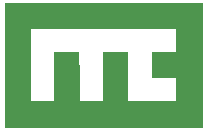
<source format=gbr>
G04 #@! TF.GenerationSoftware,KiCad,Pcbnew,(5.0.2)-1*
G04 #@! TF.CreationDate,2019-01-31T22:52:24+01:00*
G04 #@! TF.ProjectId,v3,76332e6b-6963-4616-945f-706362585858,rev?*
G04 #@! TF.SameCoordinates,Original*
G04 #@! TF.FileFunction,Legend,Bot*
G04 #@! TF.FilePolarity,Positive*
%FSLAX46Y46*%
G04 Gerber Fmt 4.6, Leading zero omitted, Abs format (unit mm)*
G04 Created by KiCad (PCBNEW (5.0.2)-1) date 31/01/2019 22:52:24*
%MOMM*%
%LPD*%
G01*
G04 APERTURE LIST*
%ADD10C,0.010000*%
G04 APERTURE END LIST*
D10*
G04 #@! TO.C,G\002A\002A\002A*
G36*
X86618000Y-59249333D02*
X103297333Y-59249333D01*
X103297333Y-50867333D01*
X101096000Y-50867333D01*
X101096000Y-52899333D01*
X99064000Y-52899333D01*
X99064000Y-55016000D01*
X101096000Y-55016000D01*
X101096000Y-57048000D01*
X96947333Y-57048000D01*
X96947333Y-52899333D01*
X94915333Y-52899333D01*
X94915333Y-57048000D01*
X92886344Y-57048000D01*
X92863672Y-54994833D01*
X92841000Y-52941667D01*
X91803833Y-52917894D01*
X90766667Y-52894121D01*
X90766667Y-57048000D01*
X88734667Y-57048000D01*
X88734667Y-50867333D01*
X101096000Y-50867333D01*
X103297333Y-50867333D01*
X103297333Y-48750667D01*
X86618000Y-48750667D01*
X86618000Y-59249333D01*
X86618000Y-59249333D01*
G37*
X86618000Y-59249333D02*
X103297333Y-59249333D01*
X103297333Y-50867333D01*
X101096000Y-50867333D01*
X101096000Y-52899333D01*
X99064000Y-52899333D01*
X99064000Y-55016000D01*
X101096000Y-55016000D01*
X101096000Y-57048000D01*
X96947333Y-57048000D01*
X96947333Y-52899333D01*
X94915333Y-52899333D01*
X94915333Y-57048000D01*
X92886344Y-57048000D01*
X92863672Y-54994833D01*
X92841000Y-52941667D01*
X91803833Y-52917894D01*
X90766667Y-52894121D01*
X90766667Y-57048000D01*
X88734667Y-57048000D01*
X88734667Y-50867333D01*
X101096000Y-50867333D01*
X103297333Y-50867333D01*
X103297333Y-48750667D01*
X86618000Y-48750667D01*
X86618000Y-59249333D01*
G04 #@! TD*
M02*

</source>
